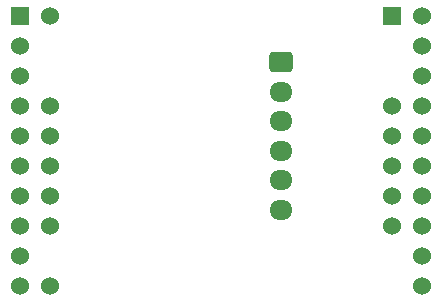
<source format=gbr>
%TF.GenerationSoftware,KiCad,Pcbnew,7.0.8*%
%TF.CreationDate,2024-04-03T00:29:43-07:00*%
%TF.ProjectId,PrintConnector - R1,5072696e-7443-46f6-9e6e-6563746f7220,rev?*%
%TF.SameCoordinates,Original*%
%TF.FileFunction,Soldermask,Bot*%
%TF.FilePolarity,Negative*%
%FSLAX46Y46*%
G04 Gerber Fmt 4.6, Leading zero omitted, Abs format (unit mm)*
G04 Created by KiCad (PCBNEW 7.0.8) date 2024-04-03 00:29:43*
%MOMM*%
%LPD*%
G01*
G04 APERTURE LIST*
G04 Aperture macros list*
%AMRoundRect*
0 Rectangle with rounded corners*
0 $1 Rounding radius*
0 $2 $3 $4 $5 $6 $7 $8 $9 X,Y pos of 4 corners*
0 Add a 4 corners polygon primitive as box body*
4,1,4,$2,$3,$4,$5,$6,$7,$8,$9,$2,$3,0*
0 Add four circle primitives for the rounded corners*
1,1,$1+$1,$2,$3*
1,1,$1+$1,$4,$5*
1,1,$1+$1,$6,$7*
1,1,$1+$1,$8,$9*
0 Add four rect primitives between the rounded corners*
20,1,$1+$1,$2,$3,$4,$5,0*
20,1,$1+$1,$4,$5,$6,$7,0*
20,1,$1+$1,$6,$7,$8,$9,0*
20,1,$1+$1,$8,$9,$2,$3,0*%
G04 Aperture macros list end*
%ADD10R,1.524000X1.524000*%
%ADD11C,1.524000*%
%ADD12RoundRect,0.250000X-0.725000X0.600000X-0.725000X-0.600000X0.725000X-0.600000X0.725000X0.600000X0*%
%ADD13O,1.950000X1.700000*%
G04 APERTURE END LIST*
D10*
%TO.C,J1*%
X1270000Y24130000D03*
D11*
X1270000Y21590000D03*
X1270000Y19050000D03*
X1270000Y16510000D03*
X1270000Y13970000D03*
X1270000Y11430000D03*
X1270000Y8890000D03*
X1270000Y6350000D03*
X1270000Y3810000D03*
X1270000Y1270000D03*
X3810000Y24130000D03*
X3810000Y16510000D03*
X3810000Y13970000D03*
X3810000Y11430000D03*
X3810000Y8890000D03*
X3810000Y6350000D03*
X3810000Y1270000D03*
D10*
X32766000Y24130000D03*
D11*
X32766000Y16510000D03*
X32766000Y13970000D03*
X32766000Y11430000D03*
X32766000Y8890000D03*
X32766000Y6350000D03*
X35306000Y24130000D03*
X35306000Y21590000D03*
X35306000Y19050000D03*
X35306000Y16510000D03*
X35306000Y13970000D03*
X35306000Y11430000D03*
X35306000Y8890000D03*
X35306000Y6350000D03*
X35306000Y3810000D03*
X35306000Y1270000D03*
%TD*%
D12*
%TO.C,J2*%
X23385000Y20220000D03*
D13*
X23385000Y17720000D03*
X23385000Y15220000D03*
X23385000Y12720000D03*
X23385000Y10220000D03*
X23385000Y7720000D03*
%TD*%
M02*

</source>
